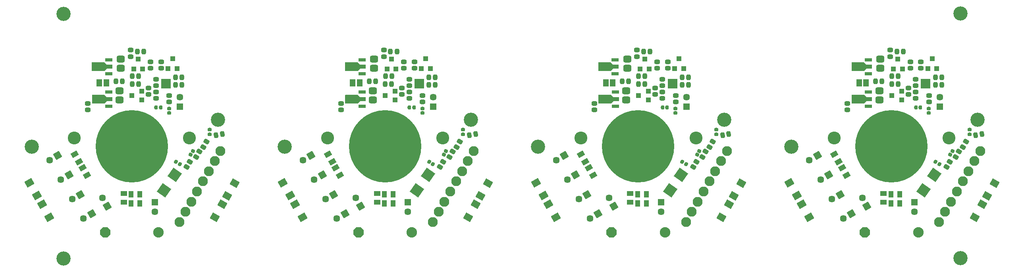
<source format=gts>
G04 Layer_Color=8388736*
%FSLAX24Y24*%
%MOIN*%
G70*
G01*
G75*
%ADD92R,0.0827X0.0827*%
G04:AMPARAMS|DCode=93|XSize=118.7mil|YSize=118.7mil|CornerRadius=59.4mil|HoleSize=0mil|Usage=FLASHONLY|Rotation=90.000|XOffset=0mil|YOffset=0mil|HoleType=Round|Shape=RoundedRectangle|*
%AMROUNDEDRECTD93*
21,1,0.1187,0.0000,0,0,90.0*
21,1,0.0000,0.1187,0,0,90.0*
1,1,0.1187,0.0000,0.0000*
1,1,0.1187,0.0000,0.0000*
1,1,0.1187,0.0000,0.0000*
1,1,0.1187,0.0000,0.0000*
%
%ADD93ROUNDEDRECTD93*%
G04:AMPARAMS|DCode=94|XSize=37.1mil|YSize=47.4mil|CornerRadius=9.8mil|HoleSize=0mil|Usage=FLASHONLY|Rotation=190.000|XOffset=0mil|YOffset=0mil|HoleType=Round|Shape=RoundedRectangle|*
%AMROUNDEDRECTD94*
21,1,0.0371,0.0277,0,0,190.0*
21,1,0.0175,0.0474,0,0,190.0*
1,1,0.0197,-0.0110,0.0121*
1,1,0.0197,0.0062,0.0152*
1,1,0.0197,0.0110,-0.0121*
1,1,0.0197,-0.0062,-0.0152*
%
%ADD94ROUNDEDRECTD94*%
G04:AMPARAMS|DCode=95|XSize=37.1mil|YSize=47.4mil|CornerRadius=9.8mil|HoleSize=0mil|Usage=FLASHONLY|Rotation=60.000|XOffset=0mil|YOffset=0mil|HoleType=Round|Shape=RoundedRectangle|*
%AMROUNDEDRECTD95*
21,1,0.0371,0.0277,0,0,60.0*
21,1,0.0175,0.0474,0,0,60.0*
1,1,0.0197,0.0164,0.0006*
1,1,0.0197,0.0076,-0.0145*
1,1,0.0197,-0.0164,-0.0006*
1,1,0.0197,-0.0076,0.0145*
%
%ADD95ROUNDEDRECTD95*%
G04:AMPARAMS|DCode=96|XSize=37.1mil|YSize=47.4mil|CornerRadius=9.8mil|HoleSize=0mil|Usage=FLASHONLY|Rotation=90.000|XOffset=0mil|YOffset=0mil|HoleType=Round|Shape=RoundedRectangle|*
%AMROUNDEDRECTD96*
21,1,0.0371,0.0277,0,0,90.0*
21,1,0.0175,0.0474,0,0,90.0*
1,1,0.0197,0.0139,0.0087*
1,1,0.0197,0.0139,-0.0087*
1,1,0.0197,-0.0139,-0.0087*
1,1,0.0197,-0.0139,0.0087*
%
%ADD96ROUNDEDRECTD96*%
G04:AMPARAMS|DCode=97|XSize=30mil|YSize=32mil|CornerRadius=8.4mil|HoleSize=0mil|Usage=FLASHONLY|Rotation=0.000|XOffset=0mil|YOffset=0mil|HoleType=Round|Shape=RoundedRectangle|*
%AMROUNDEDRECTD97*
21,1,0.0300,0.0152,0,0,0.0*
21,1,0.0132,0.0320,0,0,0.0*
1,1,0.0168,0.0066,-0.0076*
1,1,0.0168,-0.0066,-0.0076*
1,1,0.0168,-0.0066,0.0076*
1,1,0.0168,0.0066,0.0076*
%
%ADD97ROUNDEDRECTD97*%
G04:AMPARAMS|DCode=98|XSize=30mil|YSize=32mil|CornerRadius=8.4mil|HoleSize=0mil|Usage=FLASHONLY|Rotation=270.000|XOffset=0mil|YOffset=0mil|HoleType=Round|Shape=RoundedRectangle|*
%AMROUNDEDRECTD98*
21,1,0.0300,0.0152,0,0,270.0*
21,1,0.0132,0.0320,0,0,270.0*
1,1,0.0168,-0.0076,-0.0066*
1,1,0.0168,-0.0076,0.0066*
1,1,0.0168,0.0076,0.0066*
1,1,0.0168,0.0076,-0.0066*
%
%ADD98ROUNDEDRECTD98*%
G04:AMPARAMS|DCode=99|XSize=55.2mil|YSize=67.1mil|CornerRadius=0mil|HoleSize=0mil|Usage=FLASHONLY|Rotation=240.000|XOffset=0mil|YOffset=0mil|HoleType=Round|Shape=Rectangle|*
%AMROTATEDRECTD99*
4,1,4,-0.0152,0.0407,0.0428,0.0072,0.0152,-0.0407,-0.0428,-0.0072,-0.0152,0.0407,0.0*
%
%ADD99ROTATEDRECTD99*%

G04:AMPARAMS|DCode=100|XSize=55.2mil|YSize=67.1mil|CornerRadius=0mil|HoleSize=0mil|Usage=FLASHONLY|Rotation=300.000|XOffset=0mil|YOffset=0mil|HoleType=Round|Shape=Rectangle|*
%AMROTATEDRECTD100*
4,1,4,-0.0428,0.0072,0.0152,0.0407,0.0428,-0.0072,-0.0152,-0.0407,-0.0428,0.0072,0.0*
%
%ADD100ROTATEDRECTD100*%

%ADD101P,0.1230X4X100.0*%
%ADD102R,0.0513X0.0631*%
G04:AMPARAMS|DCode=103|XSize=37.1mil|YSize=47.4mil|CornerRadius=9.8mil|HoleSize=0mil|Usage=FLASHONLY|Rotation=0.000|XOffset=0mil|YOffset=0mil|HoleType=Round|Shape=RoundedRectangle|*
%AMROUNDEDRECTD103*
21,1,0.0371,0.0277,0,0,0.0*
21,1,0.0175,0.0474,0,0,0.0*
1,1,0.0197,0.0087,-0.0139*
1,1,0.0197,-0.0087,-0.0139*
1,1,0.0197,-0.0087,0.0139*
1,1,0.0197,0.0087,0.0139*
%
%ADD103ROUNDEDRECTD103*%
G04:AMPARAMS|DCode=104|XSize=60mil|YSize=68mil|CornerRadius=17mil|HoleSize=0mil|Usage=FLASHONLY|Rotation=270.000|XOffset=0mil|YOffset=0mil|HoleType=Round|Shape=RoundedRectangle|*
%AMROUNDEDRECTD104*
21,1,0.0600,0.0340,0,0,270.0*
21,1,0.0260,0.0680,0,0,270.0*
1,1,0.0340,-0.0170,-0.0130*
1,1,0.0340,-0.0170,0.0130*
1,1,0.0340,0.0170,0.0130*
1,1,0.0340,0.0170,-0.0130*
%
%ADD104ROUNDEDRECTD104*%
%ADD105R,0.0415X0.0572*%
%ADD106R,0.0572X0.0415*%
G04:AMPARAMS|DCode=107|XSize=57.2mil|YSize=41.5mil|CornerRadius=0mil|HoleSize=0mil|Usage=FLASHONLY|Rotation=210.000|XOffset=0mil|YOffset=0mil|HoleType=Round|Shape=Rectangle|*
%AMROTATEDRECTD107*
4,1,4,0.0144,0.0323,0.0351,-0.0037,-0.0144,-0.0323,-0.0351,0.0037,0.0144,0.0323,0.0*
%
%ADD107ROTATEDRECTD107*%

%ADD108R,0.0400X0.0440*%
%ADD109R,0.0440X0.0400*%
%ADD110R,0.0228X0.0218*%
%ADD111R,0.0218X0.0228*%
G04:AMPARAMS|DCode=112|XSize=30mil|YSize=32mil|CornerRadius=8.4mil|HoleSize=0mil|Usage=FLASHONLY|Rotation=60.000|XOffset=0mil|YOffset=0mil|HoleType=Round|Shape=RoundedRectangle|*
%AMROUNDEDRECTD112*
21,1,0.0300,0.0152,0,0,60.0*
21,1,0.0132,0.0320,0,0,60.0*
1,1,0.0168,0.0099,0.0019*
1,1,0.0168,0.0033,-0.0095*
1,1,0.0168,-0.0099,-0.0019*
1,1,0.0168,-0.0033,0.0095*
%
%ADD112ROUNDEDRECTD112*%
G04:AMPARAMS|DCode=113|XSize=118.7mil|YSize=118.7mil|CornerRadius=59.4mil|HoleSize=0mil|Usage=FLASHONLY|Rotation=0.000|XOffset=0mil|YOffset=0mil|HoleType=Round|Shape=RoundedRectangle|*
%AMROUNDEDRECTD113*
21,1,0.1187,0.0000,0,0,0.0*
21,1,0.0000,0.1187,0,0,0.0*
1,1,0.1187,0.0000,0.0000*
1,1,0.1187,0.0000,0.0000*
1,1,0.1187,0.0000,0.0000*
1,1,0.1187,0.0000,0.0000*
%
%ADD113ROUNDEDRECTD113*%
G04:AMPARAMS|DCode=114|XSize=30mil|YSize=32mil|CornerRadius=8.4mil|HoleSize=0mil|Usage=FLASHONLY|Rotation=150.000|XOffset=0mil|YOffset=0mil|HoleType=Round|Shape=RoundedRectangle|*
%AMROUNDEDRECTD114*
21,1,0.0300,0.0152,0,0,150.0*
21,1,0.0132,0.0320,0,0,150.0*
1,1,0.0168,-0.0019,0.0099*
1,1,0.0168,0.0095,0.0033*
1,1,0.0168,0.0019,-0.0099*
1,1,0.0168,-0.0095,-0.0033*
%
%ADD114ROUNDEDRECTD114*%
%ADD115R,0.0631X0.0304*%
%ADD116R,0.0631X0.0336*%
%ADD117C,0.0570*%
%ADD118R,0.0570X0.0570*%
%ADD119P,0.0806X4X165.0*%
%ADD120C,0.1080*%
%ADD121C,0.6080*%
%ADD122C,0.0828*%
%ADD123P,0.0806X4X255.0*%
%ADD124P,0.0953X8X22.5*%
%ADD125C,0.0880*%
G36*
X69982Y17784D02*
X70967Y17784D01*
X70972Y17784D01*
X70977Y17783D01*
X70982Y17781D01*
X70987Y17779D01*
X70991Y17776D01*
X70995Y17772D01*
X71231Y17536D01*
X71235Y17532D01*
X71238Y17528D01*
X71240Y17523D01*
X71242Y17518D01*
X71243Y17513D01*
X71243Y17508D01*
Y17311D01*
X71243Y17306D01*
X71242Y17301D01*
X71240Y17296D01*
X71238Y17291D01*
X71235Y17287D01*
X71231Y17283D01*
X70995Y17046D01*
X70991Y17043D01*
X70987Y17040D01*
X70982Y17038D01*
X70977Y17036D01*
X70972Y17035D01*
X70967Y17035D01*
X69982Y17035D01*
D01*
X69982D01*
X69977Y17035D01*
X69972Y17036D01*
X69967Y17038D01*
X69965Y17039D01*
X69962Y17040D01*
X69958Y17043D01*
X69954Y17046D01*
Y17046D01*
X69954D01*
X69951Y17050D01*
X69948Y17055D01*
X69947Y17057D01*
X69945Y17059D01*
X69944Y17064D01*
X69943Y17069D01*
X69942Y17075D01*
Y17075D01*
D01*
X69942Y17744D01*
X69943Y17749D01*
X69944Y17754D01*
X69945Y17759D01*
X69947Y17762D01*
X69948Y17764D01*
X69951Y17768D01*
X69954Y17772D01*
X69954D01*
Y17772D01*
X69958Y17776D01*
X69962Y17779D01*
X69965Y17780D01*
X69967Y17781D01*
X69972Y17783D01*
X69977Y17784D01*
X69982Y17784D01*
X69982D01*
D01*
D01*
D02*
G37*
G36*
X48723D02*
X49707Y17784D01*
X49712Y17784D01*
X49717Y17783D01*
X49722Y17781D01*
X49727Y17779D01*
X49731Y17776D01*
X49735Y17772D01*
X49971Y17536D01*
X49975Y17532D01*
X49978Y17528D01*
X49980Y17523D01*
X49982Y17518D01*
X49983Y17513D01*
X49983Y17508D01*
Y17311D01*
X49983Y17306D01*
X49982Y17301D01*
X49980Y17296D01*
X49978Y17291D01*
X49975Y17287D01*
X49971Y17283D01*
X49735Y17046D01*
X49731Y17043D01*
X49727Y17040D01*
X49722Y17038D01*
X49717Y17036D01*
X49712Y17035D01*
X49707Y17035D01*
X48723Y17035D01*
X48723D01*
D01*
X48717Y17035D01*
X48712Y17036D01*
X48707Y17038D01*
X48705Y17039D01*
X48703Y17040D01*
X48698Y17043D01*
X48694Y17046D01*
Y17046D01*
X48694D01*
X48691Y17050D01*
X48688Y17055D01*
X48687Y17057D01*
X48686Y17059D01*
X48684Y17064D01*
X48683Y17069D01*
X48683Y17075D01*
Y17075D01*
D01*
X48683Y17744D01*
X48683Y17749D01*
X48684Y17754D01*
X48686Y17759D01*
X48687Y17762D01*
X48688Y17764D01*
X48691Y17768D01*
X48694Y17772D01*
X48694D01*
Y17772D01*
X48698Y17776D01*
X48703Y17779D01*
X48705Y17780D01*
X48707Y17781D01*
X48712Y17783D01*
X48717Y17784D01*
X48723Y17784D01*
X48723D01*
D01*
D01*
D02*
G37*
G36*
X27463D02*
X28447Y17784D01*
X28452Y17784D01*
X28457Y17783D01*
X28462Y17781D01*
X28467Y17779D01*
X28471Y17776D01*
X28475Y17772D01*
X28712Y17536D01*
X28715Y17532D01*
X28718Y17528D01*
X28720Y17523D01*
X28722Y17518D01*
X28723Y17513D01*
X28723Y17508D01*
Y17311D01*
X28723Y17306D01*
X28722Y17301D01*
X28720Y17296D01*
X28718Y17291D01*
X28715Y17287D01*
X28712Y17283D01*
X28475Y17046D01*
X28471Y17043D01*
X28467Y17040D01*
X28462Y17038D01*
X28457Y17036D01*
X28452Y17035D01*
X28447Y17035D01*
X27463Y17035D01*
D01*
X27463D01*
X27458Y17035D01*
X27452Y17036D01*
X27447Y17038D01*
X27445Y17039D01*
X27443Y17040D01*
X27438Y17043D01*
X27434Y17046D01*
Y17046D01*
X27434D01*
X27431Y17050D01*
X27428Y17055D01*
X27427Y17057D01*
X27426Y17059D01*
X27424Y17064D01*
X27423Y17069D01*
X27423Y17075D01*
Y17075D01*
D01*
X27423Y17744D01*
X27423Y17749D01*
X27424Y17754D01*
X27426Y17759D01*
X27427Y17762D01*
X27428Y17764D01*
X27431Y17768D01*
X27434Y17772D01*
X27434D01*
Y17772D01*
X27438Y17776D01*
X27443Y17779D01*
X27445Y17780D01*
X27447Y17781D01*
X27452Y17783D01*
X27458Y17784D01*
X27463Y17784D01*
X27463D01*
D01*
D01*
D02*
G37*
G36*
X6203D02*
X7187Y17784D01*
X7192Y17784D01*
X7198Y17783D01*
X7203Y17781D01*
X7207Y17779D01*
X7212Y17776D01*
X7216Y17772D01*
X7452Y17536D01*
X7455Y17532D01*
X7458Y17528D01*
X7460Y17523D01*
X7462Y17518D01*
X7463Y17513D01*
X7463Y17508D01*
Y17311D01*
X7463Y17306D01*
X7462Y17301D01*
X7460Y17296D01*
X7458Y17291D01*
X7455Y17287D01*
X7452Y17283D01*
X7216Y17046D01*
X7212Y17043D01*
X7207Y17040D01*
X7203Y17038D01*
X7198Y17036D01*
X7192Y17035D01*
X7187Y17035D01*
X6203Y17035D01*
X6203D01*
D01*
X6198Y17035D01*
X6193Y17036D01*
X6188Y17038D01*
X6185Y17039D01*
X6183Y17040D01*
X6179Y17043D01*
X6175Y17046D01*
Y17046D01*
X6175D01*
X6171Y17050D01*
X6168Y17055D01*
X6167Y17057D01*
X6166Y17059D01*
X6164Y17064D01*
X6163Y17069D01*
X6163Y17075D01*
Y17075D01*
D01*
X6163Y17744D01*
X6163Y17749D01*
X6164Y17754D01*
X6166Y17759D01*
X6167Y17762D01*
X6168Y17764D01*
X6171Y17768D01*
X6175Y17772D01*
X6175D01*
Y17772D01*
X6179Y17776D01*
X6183Y17779D01*
X6185Y17780D01*
X6188Y17781D01*
X6193Y17783D01*
X6198Y17784D01*
X6203Y17784D01*
X6203D01*
D01*
D01*
D02*
G37*
G36*
X69992Y15054D02*
X70977Y15054D01*
X70982Y15054D01*
X70987Y15053D01*
X70992Y15051D01*
X70997Y15049D01*
X71001Y15046D01*
X71005Y15042D01*
X71241Y14806D01*
X71245Y14802D01*
X71248Y14798D01*
X71250Y14793D01*
X71252Y14788D01*
X71253Y14783D01*
X71253Y14778D01*
Y14581D01*
X71253Y14576D01*
X71252Y14571D01*
X71250Y14566D01*
X71248Y14561D01*
X71245Y14557D01*
X71241Y14553D01*
X71005Y14316D01*
X71001Y14313D01*
X70997Y14310D01*
X70992Y14308D01*
X70987Y14306D01*
X70982Y14305D01*
X70977Y14305D01*
X69992Y14305D01*
D01*
X69992D01*
X69987Y14305D01*
X69982Y14306D01*
X69977Y14308D01*
X69975Y14309D01*
X69972Y14310D01*
X69968Y14313D01*
X69964Y14316D01*
Y14316D01*
X69964D01*
X69961Y14320D01*
X69958Y14325D01*
X69957Y14327D01*
X69955Y14329D01*
X69954Y14334D01*
X69953Y14339D01*
X69952Y14345D01*
Y14345D01*
D01*
X69952Y15014D01*
X69953Y15019D01*
X69954Y15024D01*
X69955Y15029D01*
X69957Y15032D01*
X69958Y15034D01*
X69961Y15038D01*
X69964Y15042D01*
X69964D01*
Y15042D01*
X69968Y15046D01*
X69972Y15049D01*
X69975Y15050D01*
X69977Y15051D01*
X69982Y15053D01*
X69987Y15054D01*
X69992Y15054D01*
X69992D01*
D01*
D01*
D02*
G37*
G36*
X48733D02*
X49717Y15054D01*
X49722Y15054D01*
X49727Y15053D01*
X49732Y15051D01*
X49737Y15049D01*
X49741Y15046D01*
X49745Y15042D01*
X49981Y14806D01*
X49985Y14802D01*
X49988Y14798D01*
X49990Y14793D01*
X49992Y14788D01*
X49993Y14783D01*
X49993Y14778D01*
Y14581D01*
X49993Y14576D01*
X49992Y14571D01*
X49990Y14566D01*
X49988Y14561D01*
X49985Y14557D01*
X49981Y14553D01*
X49745Y14316D01*
X49741Y14313D01*
X49737Y14310D01*
X49732Y14308D01*
X49727Y14306D01*
X49722Y14305D01*
X49717Y14305D01*
X48733Y14305D01*
X48733D01*
D01*
X48727Y14305D01*
X48722Y14306D01*
X48717Y14308D01*
X48715Y14309D01*
X48713Y14310D01*
X48708Y14313D01*
X48704Y14316D01*
Y14316D01*
X48704D01*
X48701Y14320D01*
X48698Y14325D01*
X48697Y14327D01*
X48696Y14329D01*
X48694Y14334D01*
X48693Y14339D01*
X48693Y14345D01*
Y14345D01*
D01*
X48693Y15014D01*
X48693Y15019D01*
X48694Y15024D01*
X48696Y15029D01*
X48697Y15032D01*
X48698Y15034D01*
X48701Y15038D01*
X48704Y15042D01*
X48704D01*
Y15042D01*
X48708Y15046D01*
X48713Y15049D01*
X48715Y15050D01*
X48717Y15051D01*
X48722Y15053D01*
X48727Y15054D01*
X48733Y15054D01*
X48733D01*
D01*
D01*
D02*
G37*
G36*
X27473D02*
X28457Y15054D01*
X28462Y15054D01*
X28467Y15053D01*
X28472Y15051D01*
X28477Y15049D01*
X28481Y15046D01*
X28485Y15042D01*
X28722Y14806D01*
X28725Y14802D01*
X28728Y14798D01*
X28730Y14793D01*
X28732Y14788D01*
X28733Y14783D01*
X28733Y14778D01*
Y14581D01*
X28733Y14576D01*
X28732Y14571D01*
X28730Y14566D01*
X28728Y14561D01*
X28725Y14557D01*
X28722Y14553D01*
X28485Y14316D01*
X28481Y14313D01*
X28477Y14310D01*
X28472Y14308D01*
X28467Y14306D01*
X28462Y14305D01*
X28457Y14305D01*
X27473Y14305D01*
D01*
X27473D01*
X27468Y14305D01*
X27462Y14306D01*
X27457Y14308D01*
X27455Y14309D01*
X27453Y14310D01*
X27448Y14313D01*
X27444Y14316D01*
Y14316D01*
X27444D01*
X27441Y14320D01*
X27438Y14325D01*
X27437Y14327D01*
X27436Y14329D01*
X27434Y14334D01*
X27433Y14339D01*
X27433Y14345D01*
Y14345D01*
D01*
X27433Y15014D01*
X27433Y15019D01*
X27434Y15024D01*
X27436Y15029D01*
X27437Y15032D01*
X27438Y15034D01*
X27441Y15038D01*
X27444Y15042D01*
X27444D01*
Y15042D01*
X27448Y15046D01*
X27453Y15049D01*
X27455Y15050D01*
X27457Y15051D01*
X27462Y15053D01*
X27468Y15054D01*
X27473Y15054D01*
X27473D01*
D01*
D01*
D02*
G37*
G36*
X6213D02*
X7197Y15054D01*
X7202Y15054D01*
X7208Y15053D01*
X7213Y15051D01*
X7217Y15049D01*
X7222Y15046D01*
X7226Y15042D01*
X7462Y14806D01*
X7465Y14802D01*
X7468Y14798D01*
X7470Y14793D01*
X7472Y14788D01*
X7473Y14783D01*
X7473Y14778D01*
Y14581D01*
X7473Y14576D01*
X7472Y14571D01*
X7470Y14566D01*
X7468Y14561D01*
X7465Y14557D01*
X7462Y14553D01*
X7226Y14316D01*
X7222Y14313D01*
X7217Y14310D01*
X7212Y14308D01*
X7208Y14306D01*
X7202Y14305D01*
X7197Y14305D01*
X6213Y14305D01*
X6213D01*
D01*
X6208Y14305D01*
X6203Y14306D01*
X6198Y14308D01*
X6195Y14309D01*
X6193Y14310D01*
X6188Y14313D01*
X6185Y14316D01*
Y14316D01*
X6185D01*
X6181Y14320D01*
X6178Y14325D01*
X6177Y14327D01*
X6176Y14329D01*
X6174Y14334D01*
X6173Y14339D01*
X6173Y14345D01*
Y14345D01*
D01*
X6173Y15014D01*
X6173Y15019D01*
X6174Y15024D01*
X6176Y15029D01*
X6177Y15032D01*
X6178Y15034D01*
X6181Y15038D01*
X6185Y15042D01*
X6185D01*
Y15042D01*
X6189Y15046D01*
X6193Y15049D01*
X6195Y15050D01*
X6198Y15051D01*
X6203Y15053D01*
X6208Y15054D01*
X6213Y15054D01*
X6213D01*
D01*
D01*
D02*
G37*
D92*
X12390Y15979D02*
D03*
X33650D02*
D03*
X54910D02*
D03*
X76170D02*
D03*
D93*
X79078Y1319D02*
D03*
X3789Y21848D02*
D03*
X79078Y21878D02*
D03*
X3789Y1289D02*
D03*
D94*
X16586Y11643D02*
D03*
X17114Y11736D02*
D03*
X37846Y11643D02*
D03*
X38373Y11736D02*
D03*
X59106Y11643D02*
D03*
X59633Y11736D02*
D03*
X80366Y11643D02*
D03*
X80893Y11736D02*
D03*
D95*
X15784Y11121D02*
D03*
X15516Y10658D02*
D03*
X15184Y10271D02*
D03*
X14916Y9808D02*
D03*
X14404Y9431D02*
D03*
X14136Y8968D02*
D03*
X37044Y11121D02*
D03*
X36776Y10658D02*
D03*
X36444Y10271D02*
D03*
X36176Y9808D02*
D03*
X35664Y9431D02*
D03*
X35396Y8968D02*
D03*
X58304Y11121D02*
D03*
X58036Y10658D02*
D03*
X57704Y10271D02*
D03*
X57436Y9808D02*
D03*
X56924Y9431D02*
D03*
X56656Y8968D02*
D03*
X79563Y11121D02*
D03*
X79296Y10658D02*
D03*
X78963Y10271D02*
D03*
X78696Y9808D02*
D03*
X78183Y9431D02*
D03*
X77916Y8968D02*
D03*
D96*
X11990Y17827D02*
D03*
Y17292D02*
D03*
X12670Y14452D02*
D03*
Y14987D02*
D03*
X11100Y17827D02*
D03*
Y17292D02*
D03*
X10935Y15606D02*
D03*
X10935Y15070D02*
D03*
X9415Y18266D02*
D03*
Y18801D02*
D03*
X11550Y16341D02*
D03*
Y15806D02*
D03*
Y14756D02*
D03*
Y15291D02*
D03*
X5820Y14327D02*
D03*
Y13792D02*
D03*
X33250Y17827D02*
D03*
Y17292D02*
D03*
X33930Y14452D02*
D03*
Y14987D02*
D03*
X32360Y17827D02*
D03*
Y17292D02*
D03*
X32195Y15606D02*
D03*
X32195Y15070D02*
D03*
X30675Y18266D02*
D03*
Y18801D02*
D03*
X32810Y16341D02*
D03*
Y15806D02*
D03*
Y14756D02*
D03*
Y15291D02*
D03*
X27080Y14327D02*
D03*
Y13792D02*
D03*
X54510Y17827D02*
D03*
Y17292D02*
D03*
X55190Y14452D02*
D03*
Y14987D02*
D03*
X53620Y17827D02*
D03*
Y17292D02*
D03*
X53455Y15606D02*
D03*
X53455Y15070D02*
D03*
X51935Y18266D02*
D03*
Y18801D02*
D03*
X54070Y16341D02*
D03*
Y15806D02*
D03*
Y14756D02*
D03*
Y15291D02*
D03*
X48340Y14327D02*
D03*
Y13792D02*
D03*
X75770Y17827D02*
D03*
Y17292D02*
D03*
X76450Y14452D02*
D03*
Y14987D02*
D03*
X74879Y17827D02*
D03*
Y17292D02*
D03*
X74715Y15606D02*
D03*
X74715Y15070D02*
D03*
X73195Y18266D02*
D03*
Y18801D02*
D03*
X75329Y16341D02*
D03*
Y15806D02*
D03*
Y14756D02*
D03*
Y15291D02*
D03*
X69600Y14327D02*
D03*
Y13792D02*
D03*
D97*
X11571Y13979D02*
D03*
X11950D02*
D03*
X32831D02*
D03*
X33210D02*
D03*
X54091D02*
D03*
X54470D02*
D03*
X75351D02*
D03*
X75730D02*
D03*
D98*
X12650Y13888D02*
D03*
X12650Y13509D02*
D03*
X16060Y12108D02*
D03*
Y11729D02*
D03*
X33910Y13888D02*
D03*
X33910Y13509D02*
D03*
X37320Y12108D02*
D03*
Y11729D02*
D03*
X55170Y13888D02*
D03*
X55170Y13509D02*
D03*
X58580Y12108D02*
D03*
Y11729D02*
D03*
X76430Y13888D02*
D03*
X76430Y13509D02*
D03*
X79840Y12108D02*
D03*
Y11729D02*
D03*
D99*
X16500Y4758D02*
D03*
X17130Y5850D02*
D03*
X17530Y6538D02*
D03*
X18160Y7630D02*
D03*
X37760Y4758D02*
D03*
X38390Y5850D02*
D03*
X38790Y6538D02*
D03*
X39420Y7630D02*
D03*
X59020Y4758D02*
D03*
X59650Y5850D02*
D03*
X60050Y6538D02*
D03*
X60680Y7630D02*
D03*
X80280Y4758D02*
D03*
X80910Y5850D02*
D03*
X81310Y6538D02*
D03*
X81940Y7630D02*
D03*
D100*
X2605Y4744D02*
D03*
X1975Y5835D02*
D03*
X1560Y6568D02*
D03*
X930Y7660D02*
D03*
X23865Y4744D02*
D03*
X23235Y5835D02*
D03*
X22820Y6568D02*
D03*
X22190Y7660D02*
D03*
X45125Y4744D02*
D03*
X44495Y5835D02*
D03*
X44080Y6568D02*
D03*
X43450Y7660D02*
D03*
X66384Y4744D02*
D03*
X65755Y5835D02*
D03*
X65340Y6568D02*
D03*
X64710Y7660D02*
D03*
D101*
X13113Y8317D02*
D03*
X12208Y7024D02*
D03*
X34373Y8317D02*
D03*
X33468Y7024D02*
D03*
X55633Y8317D02*
D03*
X54728Y7024D02*
D03*
X76893Y8317D02*
D03*
X75988Y7024D02*
D03*
D102*
X7385Y16049D02*
D03*
X6795Y16049D02*
D03*
X28645Y16049D02*
D03*
X28055Y16049D02*
D03*
X49905Y16049D02*
D03*
X49314Y16049D02*
D03*
X71165Y16049D02*
D03*
X70574Y16049D02*
D03*
D103*
X8718Y16189D02*
D03*
X8182Y16189D02*
D03*
X13192Y15879D02*
D03*
X13728D02*
D03*
X13192Y16519D02*
D03*
X13728D02*
D03*
X10513Y18694D02*
D03*
X9977Y18694D02*
D03*
X10083Y16613D02*
D03*
X9547Y16613D02*
D03*
X9542Y15949D02*
D03*
X10078Y15949D02*
D03*
X29978Y16189D02*
D03*
X29442Y16189D02*
D03*
X34452Y15879D02*
D03*
X34988D02*
D03*
X34452Y16519D02*
D03*
X34988D02*
D03*
X31773Y18694D02*
D03*
X31237Y18694D02*
D03*
X31343Y16613D02*
D03*
X30807Y16613D02*
D03*
X30802Y15949D02*
D03*
X31338Y15949D02*
D03*
X51237Y16189D02*
D03*
X50702Y16189D02*
D03*
X55712Y15879D02*
D03*
X56247D02*
D03*
X55712Y16519D02*
D03*
X56247D02*
D03*
X53032Y18694D02*
D03*
X52497Y18694D02*
D03*
X52602Y16613D02*
D03*
X52067Y16613D02*
D03*
X52062Y15949D02*
D03*
X52597Y15949D02*
D03*
X72497Y16189D02*
D03*
X71962Y16189D02*
D03*
X76972Y15879D02*
D03*
X77507D02*
D03*
X76972Y16519D02*
D03*
X77507D02*
D03*
X74292Y18694D02*
D03*
X73757Y18694D02*
D03*
X73862Y16613D02*
D03*
X73327Y16613D02*
D03*
X73322Y15949D02*
D03*
X73857Y15949D02*
D03*
D104*
X8590Y18043D02*
D03*
Y17289D02*
D03*
X8500Y15373D02*
D03*
X8500Y14619D02*
D03*
X29850Y18043D02*
D03*
Y17289D02*
D03*
X29760Y15373D02*
D03*
X29760Y14619D02*
D03*
X51110Y18043D02*
D03*
Y17289D02*
D03*
X51020Y15373D02*
D03*
X51020Y14619D02*
D03*
X72370Y18043D02*
D03*
Y17289D02*
D03*
X72280Y15373D02*
D03*
X72280Y14619D02*
D03*
D105*
X10195Y5929D02*
D03*
X9466D02*
D03*
X10194Y6669D02*
D03*
X9466D02*
D03*
X31455Y5929D02*
D03*
X30726D02*
D03*
X31454Y6669D02*
D03*
X30726D02*
D03*
X52714Y5929D02*
D03*
X51986D02*
D03*
X52714Y6669D02*
D03*
X51986D02*
D03*
X73974Y5929D02*
D03*
X73246D02*
D03*
X73974Y6669D02*
D03*
X73245D02*
D03*
D106*
X8850Y6015D02*
D03*
X8850Y6744D02*
D03*
X30110Y6015D02*
D03*
X30110Y6744D02*
D03*
X51370Y6015D02*
D03*
X51370Y6744D02*
D03*
X72630Y6015D02*
D03*
X72630Y6744D02*
D03*
D107*
X5378Y8915D02*
D03*
X5742Y8284D02*
D03*
X5081Y9409D02*
D03*
X4716Y10040D02*
D03*
X26638Y8915D02*
D03*
X27002Y8284D02*
D03*
X26340Y9409D02*
D03*
X25976Y10040D02*
D03*
X47898Y8915D02*
D03*
X48262Y8284D02*
D03*
X47600Y9409D02*
D03*
X47236Y10040D02*
D03*
X69157Y8915D02*
D03*
X69522Y8284D02*
D03*
X68860Y9409D02*
D03*
X68496Y10040D02*
D03*
D108*
X9681Y17220D02*
D03*
X10435Y17220D02*
D03*
X10055Y18054D02*
D03*
X12571Y17259D02*
D03*
X13325Y17259D02*
D03*
X12945Y18093D02*
D03*
X30941Y17220D02*
D03*
X31695Y17220D02*
D03*
X31315Y18054D02*
D03*
X33831Y17259D02*
D03*
X34585Y17259D02*
D03*
X34205Y18093D02*
D03*
X52201Y17220D02*
D03*
X52955Y17220D02*
D03*
X52575Y18054D02*
D03*
X55090Y17259D02*
D03*
X55844Y17259D02*
D03*
X55464Y18093D02*
D03*
X73461Y17220D02*
D03*
X74215Y17220D02*
D03*
X73835Y18054D02*
D03*
X76350Y17259D02*
D03*
X77104Y17259D02*
D03*
X76724Y18093D02*
D03*
D109*
X10364Y14605D02*
D03*
X10364Y15359D02*
D03*
X9530Y14979D02*
D03*
X31624Y14605D02*
D03*
X31624Y15359D02*
D03*
X30790Y14979D02*
D03*
X52883Y14605D02*
D03*
X52883Y15359D02*
D03*
X52050Y14979D02*
D03*
X74143Y14605D02*
D03*
X74143Y15359D02*
D03*
X73310Y14979D02*
D03*
D110*
X12685Y15689D02*
D03*
X12095D02*
D03*
X12685Y15881D02*
D03*
X12095D02*
D03*
X12685Y16078D02*
D03*
X12095Y16078D02*
D03*
X12685Y16270D02*
D03*
X12095Y16270D02*
D03*
X33945Y15689D02*
D03*
X33355D02*
D03*
X33945Y15881D02*
D03*
X33355D02*
D03*
X33945Y16078D02*
D03*
X33355Y16078D02*
D03*
X33945Y16270D02*
D03*
X33355Y16270D02*
D03*
X55205Y15689D02*
D03*
X54614D02*
D03*
X55205Y15881D02*
D03*
X54614D02*
D03*
X55205Y16078D02*
D03*
X54614Y16078D02*
D03*
X55205Y16270D02*
D03*
X54614Y16270D02*
D03*
X76465Y15689D02*
D03*
X75874D02*
D03*
X76465Y15881D02*
D03*
X75874D02*
D03*
X76465Y16078D02*
D03*
X75874Y16078D02*
D03*
X76465Y16270D02*
D03*
X75874Y16270D02*
D03*
D111*
X12488Y15684D02*
D03*
X12292Y15684D02*
D03*
X12488Y16275D02*
D03*
X12292D02*
D03*
X33748Y15684D02*
D03*
X33551Y15684D02*
D03*
X33748Y16275D02*
D03*
X33551D02*
D03*
X55008Y15684D02*
D03*
X54811Y15684D02*
D03*
X55008Y16275D02*
D03*
X54811D02*
D03*
X76268Y15684D02*
D03*
X76071Y15684D02*
D03*
X76268Y16275D02*
D03*
X76071D02*
D03*
D112*
X14645Y10334D02*
D03*
X14456Y10006D02*
D03*
X35905Y10334D02*
D03*
X35715Y10006D02*
D03*
X57165Y10334D02*
D03*
X56975Y10006D02*
D03*
X78425Y10334D02*
D03*
X78235Y10006D02*
D03*
D113*
X16740Y12959D02*
D03*
X1110Y10679D02*
D03*
X38000Y12959D02*
D03*
X22370Y10679D02*
D03*
X59260Y12959D02*
D03*
X43630Y10679D02*
D03*
X80520Y12959D02*
D03*
X64890Y10679D02*
D03*
D114*
X13215Y9414D02*
D03*
X13544Y9225D02*
D03*
X34475Y9414D02*
D03*
X34804Y9225D02*
D03*
X55735Y9414D02*
D03*
X56063Y9225D02*
D03*
X76995Y9414D02*
D03*
X77323Y9225D02*
D03*
D115*
X7581Y18000D02*
D03*
Y16819D02*
D03*
X7591Y14089D02*
D03*
Y15270D02*
D03*
X28841Y18000D02*
D03*
Y16819D02*
D03*
X28851Y14089D02*
D03*
Y15270D02*
D03*
X50101Y18000D02*
D03*
Y16819D02*
D03*
X50111Y14089D02*
D03*
Y15270D02*
D03*
X71360Y18000D02*
D03*
Y16819D02*
D03*
X71370Y14089D02*
D03*
Y15270D02*
D03*
D116*
X7581Y17409D02*
D03*
X7591Y14679D02*
D03*
X28841Y17409D02*
D03*
X28851Y14679D02*
D03*
X50101Y17409D02*
D03*
X50111Y14679D02*
D03*
X71360Y17409D02*
D03*
X71370Y14679D02*
D03*
D117*
X13560Y14843D02*
D03*
X7063Y6370D02*
D03*
X11440Y5226D02*
D03*
X5469Y4643D02*
D03*
X2619Y9553D02*
D03*
X3569Y7913D02*
D03*
X4519Y6273D02*
D03*
X34820Y14843D02*
D03*
X28323Y6370D02*
D03*
X32700Y5226D02*
D03*
X26729Y4643D02*
D03*
X23879Y9553D02*
D03*
X24829Y7913D02*
D03*
X25779Y6273D02*
D03*
X56080Y14843D02*
D03*
X49583Y6370D02*
D03*
X53960Y5226D02*
D03*
X47989Y4643D02*
D03*
X45139Y9553D02*
D03*
X46089Y7913D02*
D03*
X47039Y6273D02*
D03*
X77339Y14843D02*
D03*
X70843Y6370D02*
D03*
X75220Y5226D02*
D03*
X69249Y4643D02*
D03*
X66399Y9553D02*
D03*
X67349Y7913D02*
D03*
X68299Y6273D02*
D03*
D118*
X13560Y14055D02*
D03*
X11440Y6013D02*
D03*
X34820Y14055D02*
D03*
X32700Y6013D02*
D03*
X56080Y14055D02*
D03*
X53960Y6013D02*
D03*
X77339Y14055D02*
D03*
X75220Y6013D02*
D03*
D119*
X7457Y5688D02*
D03*
X28717D02*
D03*
X49977D02*
D03*
X71236D02*
D03*
D120*
X4697Y11428D02*
D03*
X14357D02*
D03*
X25956D02*
D03*
X35616D02*
D03*
X47216D02*
D03*
X56876D02*
D03*
X68476D02*
D03*
X78136D02*
D03*
D121*
X9517Y10709D02*
D03*
X30776D02*
D03*
X52036D02*
D03*
X73296D02*
D03*
D122*
X13525Y4360D02*
D03*
X14017Y5212D02*
D03*
X14509Y6064D02*
D03*
X15001Y6917D02*
D03*
X15493Y7769D02*
D03*
X15985Y8622D02*
D03*
X16477Y9474D02*
D03*
X16970Y10326D02*
D03*
X34785Y4360D02*
D03*
X35277Y5212D02*
D03*
X35769Y6064D02*
D03*
X36261Y6917D02*
D03*
X36753Y7769D02*
D03*
X37245Y8622D02*
D03*
X37737Y9474D02*
D03*
X38229Y10326D02*
D03*
X56044Y4360D02*
D03*
X56537Y5212D02*
D03*
X57029Y6064D02*
D03*
X57521Y6917D02*
D03*
X58013Y7769D02*
D03*
X58505Y8622D02*
D03*
X58997Y9474D02*
D03*
X59489Y10326D02*
D03*
X77304Y4360D02*
D03*
X77796Y5212D02*
D03*
X78288Y6064D02*
D03*
X78781Y6917D02*
D03*
X79273Y7769D02*
D03*
X79765Y8622D02*
D03*
X80257Y9474D02*
D03*
X80749Y10326D02*
D03*
D123*
X6151Y5036D02*
D03*
X3301Y9946D02*
D03*
X4251Y8306D02*
D03*
X5201Y6666D02*
D03*
X27411Y5036D02*
D03*
X24561Y9946D02*
D03*
X25511Y8306D02*
D03*
X26461Y6666D02*
D03*
X48671Y5036D02*
D03*
X45821Y9946D02*
D03*
X46771Y8306D02*
D03*
X47721Y6666D02*
D03*
X69930Y5036D02*
D03*
X67080Y9946D02*
D03*
X68030Y8306D02*
D03*
X68980Y6666D02*
D03*
D124*
X7280Y3499D02*
D03*
X28540D02*
D03*
X49800D02*
D03*
X71060D02*
D03*
D125*
X11760D02*
D03*
X33020D02*
D03*
X54280D02*
D03*
X75540D02*
D03*
M02*

</source>
